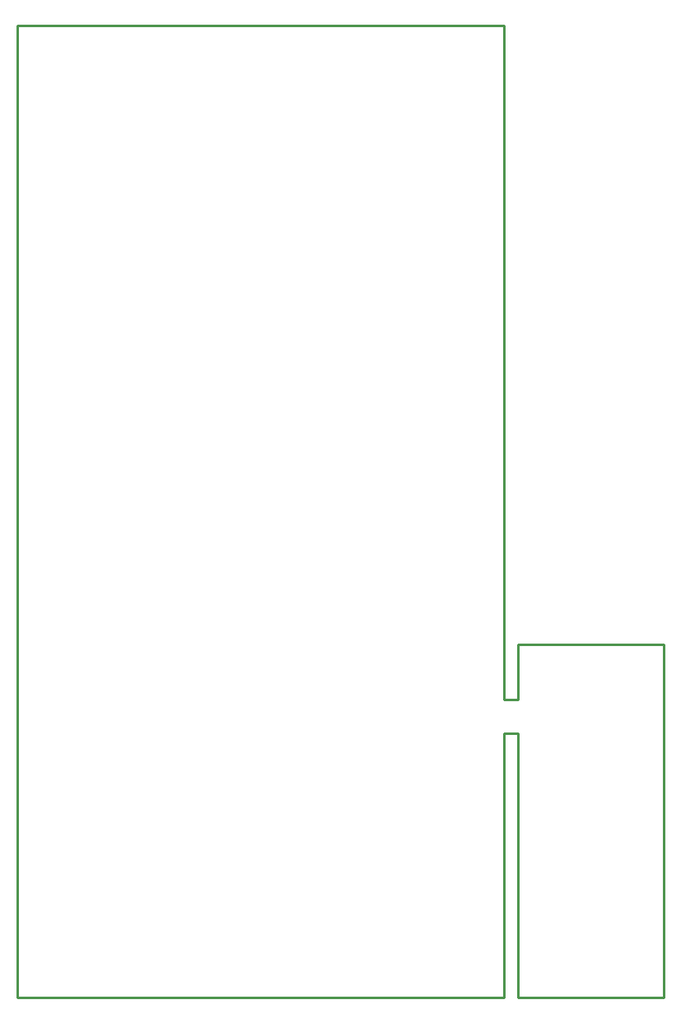
<source format=gko>
G04 Layer: BoardOutlineLayer*
G04 EasyEDA v6.5.42, 2024-05-28 01:04:16*
G04 864da046108442dba22ddf06c26b1ed7,510c7b70758e4c7f89447156c1b3190b,10*
G04 Gerber Generator version 0.2*
G04 Scale: 100 percent, Rotated: No, Reflected: No *
G04 Dimensions in millimeters *
G04 leading zeros omitted , absolute positions ,4 integer and 5 decimal *
%FSLAX45Y45*%
%MOMM*%

%ADD10C,0.2540*%
D10*
X0Y9999979D02*
G01*
X4999990Y9999979D01*
X4999990Y3060700D01*
X5143500Y3060700D01*
X5143500Y3632200D01*
X6642100Y3632200D01*
X6642100Y0D01*
X5143500Y0D01*
X5143500Y2717800D01*
X4999990Y2717800D01*
X4999990Y0D01*
X0Y0D01*
X0Y9999979D01*

%LPD*%
M02*

</source>
